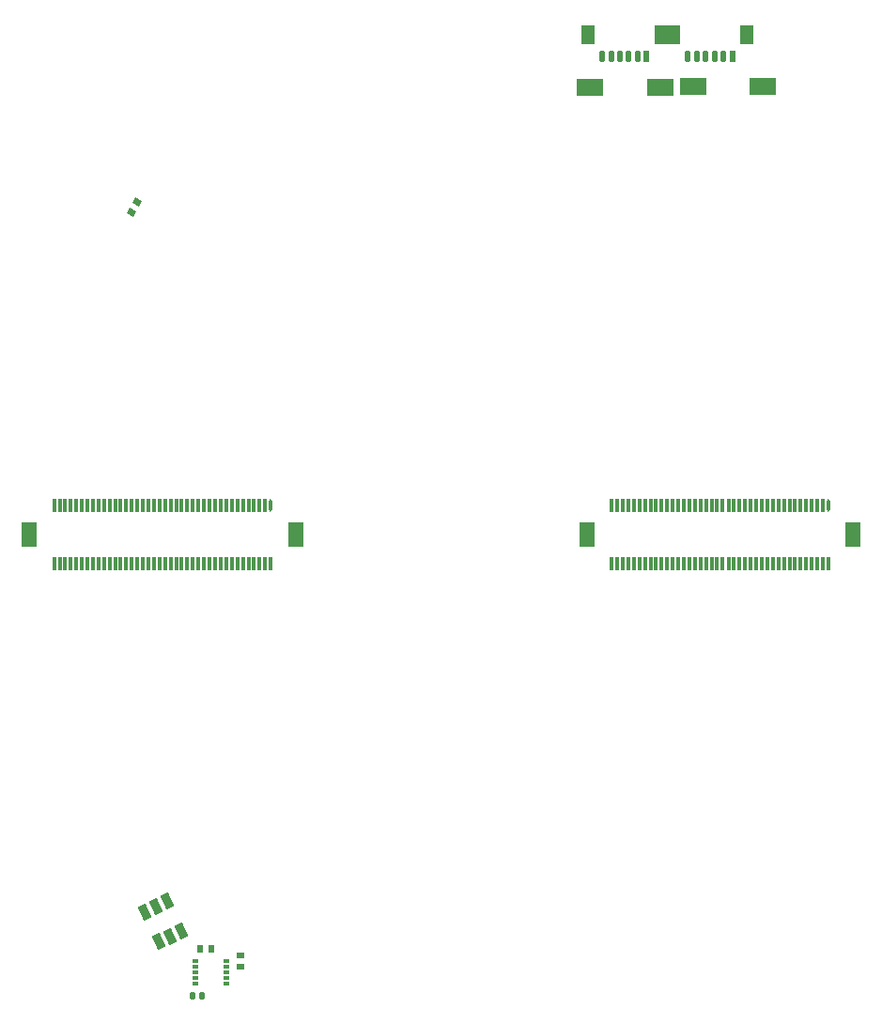
<source format=gtp>
G04 Layer_Color=8421504*
%FSLAX42Y42*%
%MOMM*%
G71*
G01*
G75*
G04:AMPARAMS|DCode=90|XSize=0.3mm|YSize=1.17mm|CornerRadius=0.15mm|HoleSize=0mm|Usage=FLASHONLY|Rotation=0.000|XOffset=0mm|YOffset=0mm|HoleType=Round|Shape=RoundedRectangle|*
%AMROUNDEDRECTD90*
21,1,0.30,0.86,0,0,0.0*
21,1,0.00,1.17,0,0,0.0*
1,1,0.30,0.00,-0.43*
1,1,0.30,0.00,-0.43*
1,1,0.30,0.00,0.43*
1,1,0.30,0.00,0.43*
%
%ADD90ROUNDEDRECTD90*%
%ADD91R,0.30X1.17*%
%ADD92R,1.47X2.16*%
G04:AMPARAMS|DCode=93|XSize=1.37mm|YSize=0.76mm|CornerRadius=0mm|HoleSize=0mm|Usage=FLASHONLY|Rotation=115.000|XOffset=0mm|YOffset=0mm|HoleType=Round|Shape=Rectangle|*
%AMROTATEDRECTD93*
4,1,4,0.64,-0.46,-0.06,-0.78,-0.64,0.46,0.06,0.78,0.64,-0.46,0.0*
%
%ADD93ROTATEDRECTD93*%

%ADD94R,0.56X0.38*%
%ADD95R,0.56X0.66*%
%ADD96R,0.66X0.56*%
G04:AMPARAMS|DCode=97|XSize=0.56mm|YSize=0.66mm|CornerRadius=0.15mm|HoleSize=0mm|Usage=FLASHONLY|Rotation=180.000|XOffset=0mm|YOffset=0mm|HoleType=Round|Shape=RoundedRectangle|*
%AMROUNDEDRECTD97*
21,1,0.56,0.36,0,0,180.0*
21,1,0.25,0.66,0,0,180.0*
1,1,0.30,-0.13,0.18*
1,1,0.30,0.13,0.18*
1,1,0.30,0.13,-0.18*
1,1,0.30,-0.13,-0.18*
%
%ADD97ROUNDEDRECTD97*%
%ADD98R,1.25X1.75*%
%ADD99R,0.55X1.05*%
G04:AMPARAMS|DCode=100|XSize=0.55mm|YSize=1.05mm|CornerRadius=0.28mm|HoleSize=0mm|Usage=FLASHONLY|Rotation=0.000|XOffset=0mm|YOffset=0mm|HoleType=Round|Shape=RoundedRectangle|*
%AMROUNDEDRECTD100*
21,1,0.55,0.50,0,0,0.0*
21,1,0.00,1.05,0,0,0.0*
1,1,0.55,0.00,-0.25*
1,1,0.55,0.00,-0.25*
1,1,0.55,0.00,0.25*
1,1,0.55,0.00,0.25*
%
%ADD100ROUNDEDRECTD100*%
%ADD101R,2.36X1.65*%
G04:AMPARAMS|DCode=102|XSize=0.56mm|YSize=0.66mm|CornerRadius=0mm|HoleSize=0mm|Usage=FLASHONLY|Rotation=240.000|XOffset=0mm|YOffset=0mm|HoleType=Round|Shape=Rectangle|*
%AMROTATEDRECTD102*
4,1,4,-0.15,0.41,0.43,0.08,0.15,-0.41,-0.43,-0.08,-0.15,0.41,0.0*
%
%ADD102ROTATEDRECTD102*%

D90*
X14989Y11684D02*
D03*
X9962Y11684D02*
D03*
D91*
X14941Y11684D02*
D03*
X14890D02*
D03*
X14839D02*
D03*
X14791D02*
D03*
X14740D02*
D03*
X14689D02*
D03*
X14641D02*
D03*
X14590D02*
D03*
X14539D02*
D03*
X14491D02*
D03*
X14440D02*
D03*
X14389D02*
D03*
X14339D02*
D03*
X14290D02*
D03*
X14140D02*
D03*
X14090D02*
D03*
X14039D02*
D03*
X13988D02*
D03*
X13938Y11684D02*
D03*
X13888Y11684D02*
D03*
X13838D02*
D03*
X13788D02*
D03*
X13738D02*
D03*
X13688D02*
D03*
X13638D02*
D03*
X13588D02*
D03*
X13538D02*
D03*
X14989Y11152D02*
D03*
X14941D02*
D03*
X14890D02*
D03*
X14839D02*
D03*
X14791D02*
D03*
X14740D02*
D03*
X14689D02*
D03*
X14641D02*
D03*
X14590D02*
D03*
X14539D02*
D03*
X14491D02*
D03*
X14440D02*
D03*
X14389D02*
D03*
X14339D02*
D03*
X14290D02*
D03*
X14240D02*
D03*
X14189D02*
D03*
X14140D02*
D03*
X14090D02*
D03*
X14039D02*
D03*
X13988D02*
D03*
X13938D02*
D03*
X13888D02*
D03*
X13838D02*
D03*
X13788D02*
D03*
X13738D02*
D03*
X13688D02*
D03*
X13638D02*
D03*
X13588D02*
D03*
X13538D02*
D03*
X13488Y11684D02*
D03*
Y11152D02*
D03*
X13438Y11684D02*
D03*
X13438Y11152D02*
D03*
X13388Y11684D02*
D03*
Y11152D02*
D03*
X13338Y11684D02*
D03*
Y11152D02*
D03*
X13288Y11684D02*
D03*
Y11152D02*
D03*
X13238Y11684D02*
D03*
Y11152D02*
D03*
X13188Y11684D02*
D03*
Y11152D02*
D03*
X13138Y11684D02*
D03*
Y11152D02*
D03*
X13088Y11684D02*
D03*
X13088Y11152D02*
D03*
X13038Y11684D02*
D03*
Y11152D02*
D03*
X8012Y11152D02*
D03*
Y11684D02*
D03*
X8062Y11152D02*
D03*
Y11684D02*
D03*
X8112Y11152D02*
D03*
Y11684D02*
D03*
X8162Y11152D02*
D03*
Y11684D02*
D03*
X8212Y11152D02*
D03*
Y11684D02*
D03*
X8262Y11152D02*
D03*
Y11684D02*
D03*
X8312Y11152D02*
D03*
Y11684D02*
D03*
X8362Y11152D02*
D03*
Y11684D02*
D03*
X8412Y11152D02*
D03*
Y11684D02*
D03*
X8462Y11152D02*
D03*
Y11684D02*
D03*
X8512Y11152D02*
D03*
X8562D02*
D03*
X8612D02*
D03*
X8662D02*
D03*
X8712D02*
D03*
X8762D02*
D03*
X8812D02*
D03*
X8862D02*
D03*
X8912D02*
D03*
X8962D02*
D03*
X9012D02*
D03*
X9063D02*
D03*
X9114D02*
D03*
X9162D02*
D03*
X9213D02*
D03*
X9263D02*
D03*
X9312D02*
D03*
X9362D02*
D03*
X9413D02*
D03*
X9464D02*
D03*
X9512D02*
D03*
X9563D02*
D03*
X9614D02*
D03*
X9662D02*
D03*
X9713D02*
D03*
X9764D02*
D03*
X9812D02*
D03*
X9863D02*
D03*
X9914D02*
D03*
X9962D02*
D03*
X8512Y11684D02*
D03*
X8562D02*
D03*
X8612D02*
D03*
X8662D02*
D03*
X8712D02*
D03*
X8762D02*
D03*
X8812D02*
D03*
X8862D02*
D03*
X8912D02*
D03*
X8962D02*
D03*
X9012D02*
D03*
X9063D02*
D03*
X9114D02*
D03*
X9263D02*
D03*
X9312D02*
D03*
X9362D02*
D03*
X9413D02*
D03*
X9464D02*
D03*
X9512D02*
D03*
X9563D02*
D03*
X9614D02*
D03*
X9662D02*
D03*
X9713D02*
D03*
X9764D02*
D03*
X9812D02*
D03*
X9863D02*
D03*
X9914D02*
D03*
X14240Y11684D02*
D03*
X14189D02*
D03*
X9213Y11684D02*
D03*
X9162D02*
D03*
D92*
X12813Y11417D02*
D03*
X15215Y11417D02*
D03*
X10188Y11417D02*
D03*
X7787D02*
D03*
D93*
X8953Y7749D02*
D03*
X9054Y7796D02*
D03*
X9154Y7843D02*
D03*
X9028Y8112D02*
D03*
X8928Y8066D02*
D03*
X8827Y8018D02*
D03*
D94*
X9566Y7370D02*
D03*
Y7420D02*
D03*
Y7470D02*
D03*
Y7521D02*
D03*
Y7572D02*
D03*
X9289D02*
D03*
Y7521D02*
D03*
Y7470D02*
D03*
Y7420D02*
D03*
Y7370D02*
D03*
D95*
X9426Y7681D02*
D03*
X9325D02*
D03*
D96*
X9693Y7625D02*
D03*
Y7524D02*
D03*
D97*
X9341Y7262D02*
D03*
X9261D02*
D03*
D98*
X14254Y15926D02*
D03*
X13594D02*
D03*
X13482D02*
D03*
X12822D02*
D03*
D99*
X14124Y15731D02*
D03*
X13352D02*
D03*
D100*
X14044Y15731D02*
D03*
X13964Y15731D02*
D03*
X13884D02*
D03*
X13804D02*
D03*
X13724D02*
D03*
X13272D02*
D03*
X13192D02*
D03*
X13112D02*
D03*
X13032D02*
D03*
X12952D02*
D03*
D101*
X13472Y15446D02*
D03*
X12840Y15446D02*
D03*
X14402Y15453D02*
D03*
X13769D02*
D03*
D102*
X8707Y14325D02*
D03*
X8758Y14412D02*
D03*
M02*

</source>
